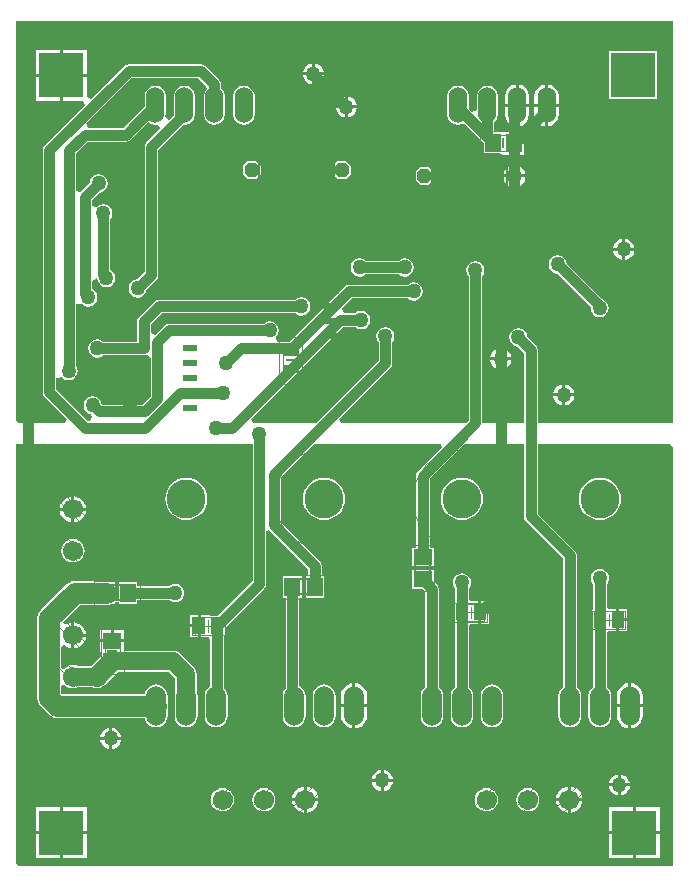
<source format=gbl>
%FSTAX23Y23*%
%MOIN*%
%SFA1B1*%

%IPPOS*%
%AMD40*
4,1,8,-0.012000,-0.024000,0.012000,-0.024000,0.024000,-0.012000,0.024000,0.012000,0.012000,0.024000,-0.012000,0.024000,-0.024000,0.012000,-0.024000,-0.012000,-0.012000,-0.024000,0.0*
%
%ADD11R,0.052000X0.060000*%
%ADD12R,0.052000X0.063000*%
%ADD13R,0.060000X0.052000*%
%ADD14R,0.063000X0.052000*%
%ADD15C,0.035000*%
%ADD16C,0.070000*%
%ADD17C,0.060000*%
%ADD18R,0.007900X0.031800*%
%ADD19R,0.015900X0.047600*%
%ADD20R,0.031800X0.007900*%
%ADD21R,0.047600X0.015900*%
%ADD22R,0.007900X0.031800*%
%ADD23C,0.000000*%
%ADD24C,0.003900*%
%ADD25C,0.024000*%
%ADD26C,0.006000*%
%ADD27C,0.004000*%
%ADD28R,0.010000X0.024000*%
%ADD29R,0.045000X0.020000*%
%ADD30R,0.030000X0.057500*%
%ADD31R,0.029500X0.057500*%
%ADD32R,0.014000X0.056000*%
%ADD33R,0.057500X0.030000*%
%ADD34R,0.057500X0.029500*%
%ADD35R,0.058000X0.020000*%
%ADD36R,0.030000X0.075000*%
%ADD37R,0.056000X0.014000*%
%ADD38C,0.002000*%
%ADD39R,0.150000X0.150000*%
G04~CAMADD=40~4~0.0~0.0~480.0~480.0~0.0~120.0~0~0.0~0.0~0.0~0.0~0~0.0~0.0~0.0~0.0~0~0.0~0.0~0.0~180.0~480.0~480.0*
%ADD40D40*%
%ADD41C,0.130000*%
%ADD42O,0.066000X0.132000*%
%ADD43C,0.067000*%
%ADD44O,0.060000X0.120000*%
%ADD45C,0.050000*%
%ADD46R,0.043300X0.055100*%
%ADD47C,0.065000*%
%LNmotor_driver-1*%
%LPD*%
G36*
X02185Y014D02*
X0219Y01395D01*
Y0*
X00007*
X0Y00007*
Y01405*
X00787*
Y0095*
X00669Y00832*
X00651*
X00649*
X00641Y00837*
X00637*
X00634*
X00615*
Y008*
Y00762*
X00634*
X00638*
X00641*
X00646Y00754*
Y00599*
X00639Y00594*
X00632Y00586*
X00629Y00576*
X00627Y00566*
Y005*
X00629Y00491*
X00632Y00481*
X00639Y00473*
X00646Y00467*
X00656Y00463*
X00666Y00462*
X00676Y00463*
X00685Y00467*
X00693Y00473*
X00699Y00481*
X00703Y00491*
X00704Y005*
Y00566*
X00703Y00576*
X00699Y00586*
X00693Y00594*
X00692Y00594*
Y00767*
X00695*
Y00794*
X00826Y00924*
X00831Y00932*
X00832Y0094*
Y01117*
X00842Y0112*
X00843Y01118*
X00972Y0099*
Y00966*
X00964*
Y00893*
X01026*
Y00966*
X01018*
Y00999*
X01016Y01008*
X01011Y01015*
X00882Y01144*
Y01295*
X00992Y01405*
X01414*
X01418Y01395*
X01338Y01316*
X01333Y01308*
X01332Y013*
Y01061*
X01318*
Y00999*
X01391*
Y01061*
X01377*
Y0129*
X01492Y01405*
X01692*
Y01165*
X01693Y01156*
X01698Y01148*
X01822Y01025*
Y00597*
X01817Y00594*
X01811Y00586*
X01808Y00576*
X01806Y00566*
Y005*
X01808Y00491*
X01811Y00481*
X01817Y00473*
X01825Y00467*
X01835Y00463*
X01845Y00462*
X01854Y00463*
X01864Y00467*
X01872Y00473*
X01878Y00481*
X01882Y00491*
X01883Y005*
Y00566*
X01882Y00576*
X01878Y00586*
X01872Y00594*
X01867Y00597*
Y01035*
X01866Y01043*
X01861Y01051*
X01737Y01174*
Y01405*
X0218*
X02185Y014*
G37*
G36*
X0219Y01475D02*
D01*
X01737*
Y0172*
X01736Y01728*
X01731Y01736*
X01703Y01764*
X01701Y01773*
X01694Y01783*
X01684Y0179*
X01673Y01792*
X01661Y0179*
X01651Y01783*
X01644Y01773*
X01642Y01762*
X01644Y0175*
X01651Y0174*
X01661Y01733*
X0167Y01731*
X01692Y0171*
Y01475*
X01552*
Y01965*
X01558Y01973*
X0156Y01985*
X01558Y01996*
X01551Y02006*
X01541Y02013*
X0153Y02015*
X01518Y02013*
X01508Y02006*
X01501Y01996*
X01499Y01985*
X01501Y01973*
X01507Y01965*
Y01484*
X01497Y01475*
X01082*
X01076Y01488*
X01246Y01658*
X01251Y01666*
X01252Y01675*
Y01745*
X01258Y01753*
X0126Y01765*
X01258Y01776*
X01251Y01786*
X01241Y01793*
X0123Y01795*
X01218Y01793*
X01208Y01786*
X01201Y01776*
X01199Y01765*
X01201Y01753*
X01207Y01745*
Y01684*
X00997Y01475*
X00787*
X00781Y01488*
X01089Y01797*
X0113*
X01138Y01791*
X0115Y01789*
X01161Y01791*
X01171Y01798*
X01178Y01808*
X0118Y0182*
X01178Y01831*
X01171Y01841*
X01161Y01848*
X0115Y0185*
X01138Y01848*
X0113Y01842*
X01091*
X01085Y01857*
X01119Y01892*
X01305*
X01313Y01886*
X01325Y01884*
X01336Y01886*
X01346Y01893*
X01353Y01903*
X01355Y01915*
X01353Y01926*
X01346Y01936*
X01336Y01943*
X01325Y01945*
X01313Y01943*
X01305Y01937*
X0111*
X01101Y01936*
X01093Y01931*
X0091Y01747*
X0087*
X00866Y01762*
X00866Y01763*
X00873Y01773*
X00875Y01785*
X00873Y01796*
X00866Y01806*
X00856Y01813*
X00845Y01815*
X00833Y01813*
X00825Y01807*
X0051*
X00501Y01806*
X00493Y01801*
X00462Y0177*
X00447Y01776*
Y01805*
X00484Y01842*
X0093*
X00938Y01836*
X0095Y01834*
X00961Y01836*
X00971Y01843*
X00978Y01853*
X0098Y01865*
X00978Y01876*
X00971Y01886*
X00961Y01893*
X0095Y01895*
X00938Y01893*
X0093Y01887*
X00475*
X00466Y01886*
X00458Y01881*
X00408Y01831*
X00403Y01823*
X00402Y01815*
Y01747*
X00289*
X00281Y01753*
X0027Y01755*
X00258Y01753*
X00248Y01746*
X00241Y01736*
X00239Y01725*
X00241Y01713*
X00248Y01703*
X00258Y01696*
X0027Y01694*
X00281Y01696*
X00289Y01702*
X00425*
X00432Y01703*
X00435Y01702*
X00447Y01694*
Y01566*
X00418Y01537*
X00285*
X00283Y01546*
X00276Y01556*
X00266Y01563*
X00255Y01565*
X00243Y01563*
X00233Y01556*
X00226Y01546*
X00224Y01535*
X00226Y01523*
X00233Y01513*
X00243Y01506*
X00248Y01505*
X00253Y01497*
X00246Y01482*
X00239*
X00132Y01589*
Y01625*
X00135Y01627*
X00153Y01628*
X00163Y01621*
X00175Y01619*
X00186Y01621*
X00196Y01628*
X00203Y01638*
X00205Y0165*
X00203Y01661*
X00197Y01669*
Y0187*
X002Y01872*
X00218Y01873*
X00228Y01866*
X0024Y01864*
X00251Y01866*
X00261Y01873*
X00268Y01883*
X0027Y01895*
X00268Y01906*
X00261Y01916*
X00252Y01922*
Y01949*
X00267Y0196*
X00269Y0196*
X00271Y01948*
X00278Y01938*
X00288Y01931*
X003Y01929*
X00311Y01931*
X00321Y01938*
X00328Y01948*
X0033Y0196*
X00328Y01971*
X00321Y01981*
X00312Y01987*
Y02155*
X00318Y02163*
X0032Y02175*
X00318Y02186*
X00311Y02196*
X00301Y02203*
X0029Y02205*
X00278Y02203*
X00268Y02196*
X00267Y02196*
X00252Y022*
Y0222*
X00277Y02244*
X00286Y02246*
X00296Y02253*
X00303Y02263*
X00305Y02275*
X00303Y02286*
X00296Y02296*
X00286Y02303*
X00275Y02305*
X00263Y02303*
X00253Y02296*
X00246Y02286*
X00244Y02277*
X00213Y02246*
X00212Y02245*
X00197Y02249*
Y02375*
X00236Y02414*
X00365*
X00373Y02416*
X00381Y02421*
X00439Y02478*
X00449Y02472*
X00462Y02469*
X00472Y02471*
X0048Y02458*
X00433Y02411*
X00428Y02403*
X00427Y02395*
Y01979*
X00402Y01955*
X00393Y01953*
X00383Y01946*
X00376Y01936*
X00374Y01925*
X00376Y01913*
X00383Y01903*
X00393Y01896*
X00405Y01894*
X00416Y01896*
X00426Y01903*
X00433Y01913*
X00435Y01922*
X00466Y01953*
X00471Y01961*
X00472Y0197*
Y02385*
X00557Y0247*
X0056Y02469*
X00574Y02472*
X00586Y02479*
X00593Y02491*
X00596Y02505*
Y02565*
X00593Y02578*
X00586Y0259*
X00574Y02598*
X0056Y026*
X00547Y02598*
X00535Y0259*
X00527Y02578*
X00525Y02565*
Y02505*
X00525Y02503*
X00509Y02486*
X00496Y02495*
X00498Y02505*
Y02565*
X00495Y02578*
X00488Y0259*
X00476Y02598*
X00462Y026*
X00449Y02598*
X00437Y0259*
X00429Y02578*
X00427Y02565*
Y02531*
X00355Y0246*
X00238*
X00232Y02475*
X00384Y02627*
X00605*
X00628Y02604*
X00634Y0259*
X00627Y02578*
X00624Y02565*
Y02505*
X00627Y02491*
X00634Y02479*
X00646Y02472*
X0066Y02469*
X00673Y02472*
X00685Y02479*
X00693Y02491*
X00695Y02505*
Y02565*
X00693Y02578*
X00685Y0259*
X00682Y02591*
Y02605*
X00681Y02613*
X00676Y02621*
X00631Y02666*
X00623Y02671*
X00615Y02672*
X00375*
X00366Y02671*
X00358Y02666*
X0025Y02557*
X00235Y02563*
Y0263*
X00155*
Y0255*
X00221*
X00227Y02535*
X00093Y02401*
X00088Y02393*
X00087Y02385*
Y0158*
X00088Y01571*
X00093Y01563*
X00168Y01488*
X00163Y01475*
X0001*
X0Y01485*
Y02815*
X0219*
Y01475*
G37*
%LNmotor_driver-2*%
%LPC*%
G36*
X01025Y00605D02*
X01015Y00603D01*
X01006Y006*
X00998Y00594*
X00992Y00586*
X00988Y00576*
X00987Y00566*
Y005*
X00988Y00491*
X00992Y00481*
X00998Y00473*
X01006Y00467*
X01015Y00463*
X01025Y00462*
X01035Y00463*
X01044Y00467*
X01052Y00473*
X01058Y00481*
X01062Y00491*
X01064Y005*
Y00566*
X01062Y00576*
X01058Y00586*
X01052Y00594*
X01044Y006*
X01035Y00603*
X01025Y00605*
G37*
G36*
X00951Y00966D02*
X00889D01*
Y00893*
X00897*
Y00592*
X00892Y00586*
X00888Y00576*
X00887Y00566*
Y005*
X00888Y00491*
X00892Y00481*
X00898Y00473*
X00906Y00467*
X00915Y00463*
X00925Y00462*
X00935Y00463*
X00944Y00467*
X00952Y00473*
X00958Y00481*
X00962Y00491*
X00964Y005*
Y00566*
X00962Y00576*
X00958Y00586*
X00952Y00594*
X00944Y006*
X00942Y006*
Y00893*
X00951*
Y00966*
G37*
G36*
X02088Y00528D02*
X0205D01*
Y00458*
X02056Y00459*
X02066Y00463*
X02075Y0047*
X02082Y00479*
X02086Y00489*
X02088Y005*
Y00528*
G37*
G36*
X01485Y00975D02*
X01477Y00974D01*
X01469Y00971*
X01463Y00966*
X01458Y0096*
X01455Y00952*
X01454Y00945*
X01455Y00937*
X01458Y00929*
X01462Y00925*
Y00877*
X01458*
Y00812*
X01462*
Y00597*
X01458Y00594*
X01452Y00586*
X01448Y00576*
X01447Y00566*
Y005*
X01448Y00491*
X01452Y00481*
X01458Y00473*
X01466Y00467*
X01475Y00463*
X01485Y00462*
X01495Y00463*
X01504Y00467*
X01512Y00473*
X01518Y00481*
X01522Y00491*
X01523Y005*
Y00566*
X01522Y00576*
X01518Y00586*
X01512Y00594*
X01508Y00597*
Y00799*
X01512Y00807*
X01516*
X0152*
X01539*
Y00845*
Y00882*
X0152*
X01516*
X01512*
X01508Y0089*
Y00926*
X01511Y00929*
X01514Y00937*
X01515Y00945*
X01514Y00952*
X01511Y0096*
X01506Y00966*
X015Y00971*
X01492Y00974*
X01485Y00975*
G37*
G36*
X01391Y00986D02*
X01318D01*
Y00924*
X01353*
X01362Y00915*
Y00597*
X01358Y00594*
X01352Y00586*
X01348Y00576*
X01347Y00566*
Y005*
X01348Y00491*
X01352Y00481*
X01358Y00473*
X01366Y00467*
X01375Y00463*
X01385Y00462*
X01395Y00463*
X01404Y00467*
X01412Y00473*
X01418Y00481*
X01422Y00491*
X01423Y005*
Y00566*
X01422Y00576*
X01418Y00586*
X01412Y00594*
X01408Y00597*
Y00924*
X01406Y00933*
X01401Y0094*
X01391Y0095*
Y00986*
G37*
G36*
X02009Y00857D02*
Y00825D01*
X02036*
Y00857*
X02009*
G37*
G36*
X0204Y00528D02*
X02001D01*
Y005*
X02003Y00489*
X02007Y00479*
X02014Y0047*
X02023Y00463*
X02033Y00459*
X0204Y00458*
Y00528*
G37*
G36*
X0031Y00459D02*
X00305Y00459D01*
X00297Y00455*
X0029Y0045*
X00284Y00442*
X0028Y00434*
X0028Y0043*
X0031*
Y00459*
G37*
G36*
X00349Y0042D02*
X0032D01*
Y0039*
X00324Y0039*
X00332Y00394*
X0034Y004*
X00345Y00407*
X00349Y00415*
X00349Y0042*
G37*
G36*
X0031D02*
X0028D01*
X0028Y00415*
X00284Y00407*
X0029Y004*
X00297Y00394*
X00305Y0039*
X0031Y0039*
Y0042*
G37*
G36*
X01169Y00528D02*
X0113D01*
Y00458*
X01136Y00459*
X01147Y00463*
X01156Y0047*
X01163Y00479*
X01167Y00489*
X01169Y005*
Y00528*
G37*
G36*
X0112D02*
X01082D01*
Y005*
X01083Y00489*
X01088Y00479*
X01095Y0047*
X01104Y00463*
X01114Y00459*
X0112Y00458*
Y00528*
G37*
G36*
X0032Y00459D02*
Y0043D01*
X00349*
X00349Y00434*
X00345Y00442*
X0034Y0045*
X00332Y00455*
X00324Y00459*
X0032Y00459*
G37*
G36*
X01585Y00605D02*
X01575Y00603D01*
X01566Y006*
X01558Y00594*
X01552Y00586*
X01548Y00576*
X01547Y00566*
Y005*
X01548Y00491*
X01552Y00481*
X01558Y00473*
X01566Y00467*
X01575Y00463*
X01585Y00462*
X01595Y00463*
X01604Y00467*
X01612Y00473*
X01618Y00481*
X01622Y00491*
X01623Y005*
Y00566*
X01622Y00576*
X01618Y00586*
X01612Y00594*
X01604Y006*
X01595Y00603*
X01585Y00605*
G37*
G36*
X00605Y00795D02*
X00578D01*
Y00762*
X00605*
Y00795*
G37*
G36*
X0036Y00786D02*
X00325D01*
Y00755*
X0036*
Y00786*
G37*
G36*
X00315D02*
X0028D01*
Y00755*
X00315*
Y00786*
G37*
G36*
X00605Y00837D02*
X00578D01*
Y00805*
X00605*
Y00837*
G37*
G36*
X02036Y00815D02*
X02009D01*
Y00782*
X02036*
Y00815*
G37*
G36*
X00193Y00812D02*
Y00774D01*
X00232*
X00231Y0078*
X00226Y0079*
X0022Y008*
X0021Y00807*
X002Y00811*
X00193Y00812*
G37*
G36*
X00232Y00764D02*
X00193D01*
Y00725*
X002Y00726*
X0021Y00731*
X0022Y00738*
X00226Y00747*
X00231Y00757*
X00232Y00764*
G37*
G36*
X0112Y00609D02*
X01114Y00608D01*
X01104Y00604*
X01095Y00597*
X01088Y00588*
X01083Y00578*
X01082Y00566*
Y00538*
X0112*
Y00609*
G37*
G36*
X01945Y0099D02*
X01937Y00989D01*
X01929Y00986*
X01923Y00981*
X01918Y00975*
X01915Y00967*
X01914Y0096*
X01915Y00952*
X01918Y00944*
X01922Y0094*
Y00852*
X01918*
Y00787*
X01922*
Y00597*
X01917Y00594*
X01911Y00586*
X01908Y00576*
X01906Y00566*
Y005*
X01908Y00491*
X01911Y00481*
X01917Y00473*
X01925Y00467*
X01935Y00463*
X01945Y00462*
X01954Y00463*
X01964Y00467*
X01972Y00473*
X01978Y00481*
X01982Y00491*
X01983Y005*
Y00566*
X01982Y00576*
X01978Y00586*
X01972Y00594*
X01967Y00597*
Y00774*
X01972Y00782*
X01976*
X0198*
X01999*
Y0082*
Y00857*
X0198*
X01976*
X01972*
X01967Y00865*
Y0094*
X01971Y00944*
X01974Y00952*
X01975Y0096*
X01974Y00967*
X01971Y00975*
X01966Y00981*
X0196Y00986*
X01952Y00989*
X01945Y0099*
G37*
G36*
X01576Y0084D02*
X01549D01*
Y00807*
X01576*
Y0084*
G37*
G36*
X0205Y00609D02*
Y00538D01*
X02088*
Y00566*
X02086Y00578*
X02082Y00588*
X02075Y00597*
X02066Y00604*
X02056Y00608*
X0205Y00609*
G37*
G36*
X0204D02*
X02033Y00608D01*
X02023Y00604*
X02014Y00597*
X02007Y00588*
X02003Y00578*
X02001Y00566*
Y00538*
X0204*
Y00609*
G37*
G36*
X0113D02*
Y00538D01*
X01169*
Y00566*
X01167Y00578*
X01163Y00588*
X01156Y00597*
X01147Y00604*
X01136Y00608*
X0113Y00609*
G37*
G36*
X01006Y00216D02*
X00968D01*
Y00177*
X00974Y00178*
X00984Y00183*
X00994Y0019*
X01001Y00199*
X01005Y00209*
X01006Y00216*
G37*
G36*
X00958D02*
X00919D01*
X0092Y00209*
X00925Y00199*
X00932Y0019*
X00941Y00183*
X00951Y00178*
X00958Y00177*
Y00216*
G37*
G36*
X02145Y00195D02*
X02065D01*
Y00115*
X02145*
Y00195*
G37*
G36*
X01838Y00216D02*
X01799D01*
X018Y00209*
X01805Y00199*
X01812Y0019*
X01821Y00183*
X01831Y00178*
X01838Y00177*
Y00216*
G37*
G36*
X00825Y00259D02*
X00814Y00258D01*
X00805Y00254*
X00797Y00248*
X00791Y0024*
X00787Y00231*
X00786Y00221*
X00787Y00211*
X00791Y00201*
X00797Y00193*
X00805Y00187*
X00814Y00183*
X00825Y00182*
X00835Y00183*
X00844Y00187*
X00852Y00193*
X00858Y00201*
X00862Y00211*
X00863Y00221*
X00862Y00231*
X00858Y0024*
X00852Y00248*
X00844Y00254*
X00835Y00258*
X00825Y00259*
G37*
G36*
X00687D02*
X00677Y00258D01*
X00667Y00254*
X00659Y00248*
X00653Y0024*
X00649Y00231*
X00648Y00221*
X00649Y00211*
X00653Y00201*
X00659Y00193*
X00667Y00187*
X00677Y00183*
X00687Y00182*
X00697Y00183*
X00706Y00187*
X00714Y00193*
X0072Y00201*
X00724Y00211*
X00726Y00221*
X00724Y00231*
X0072Y0024*
X00714Y00248*
X00706Y00254*
X00697Y00258*
X00687Y00259*
G37*
G36*
X01886Y00216D02*
X01848D01*
Y00177*
X01854Y00178*
X01864Y00183*
X01874Y0019*
X01881Y00199*
X01885Y00209*
X01886Y00216*
G37*
G36*
X02055Y00105D02*
X01975D01*
Y00025*
X02055*
Y00105*
G37*
G36*
X00235D02*
X00155D01*
Y00025*
X00235*
Y00105*
G37*
G36*
X00145D02*
X00065D01*
Y00025*
X00145*
Y00105*
G37*
G36*
X02145D02*
X02065D01*
Y00025*
X02145*
Y00105*
G37*
G36*
X02055Y00195D02*
X01975D01*
Y00115*
X02055*
Y00195*
G37*
G36*
X00235D02*
X00155D01*
Y00115*
X00235*
Y00195*
G37*
G36*
X00145D02*
X00065D01*
Y00115*
X00145*
Y00195*
G37*
G36*
X01254Y0028D02*
X01225D01*
Y0025*
X01229Y0025*
X01237Y00254*
X01245Y0026*
X0125Y00267*
X01254Y00275*
X01254Y0028*
G37*
G36*
X01215D02*
X01185D01*
X01185Y00275*
X01189Y00267*
X01195Y0026*
X01202Y00254*
X0121Y0025*
X01215Y0025*
Y0028*
G37*
G36*
X02044Y00265D02*
X02015D01*
Y00235*
X02019Y00235*
X02027Y00239*
X02035Y00245*
X0204Y00252*
X02044Y0026*
X02044Y00265*
G37*
G36*
X02005Y00304D02*
X02Y00304D01*
X01992Y003*
X01985Y00295*
X01979Y00287*
X01975Y00279*
X01975Y00275*
X02005*
Y00304*
G37*
G36*
X01225Y00319D02*
Y0029D01*
X01254*
X01254Y00294*
X0125Y00302*
X01245Y0031*
X01237Y00315*
X01229Y00319*
X01225Y00319*
G37*
G36*
X01215D02*
X0121Y00319D01*
X01202Y00315*
X01195Y0031*
X01189Y00302*
X01185Y00294*
X01185Y0029*
X01215*
Y00319*
G37*
G36*
X02015Y00304D02*
Y00275D01*
X02044*
X02044Y00279*
X0204Y00287*
X02035Y00295*
X02027Y003*
X02019Y00304*
X02015Y00304*
G37*
G36*
X00958Y00264D02*
X00951Y00263D01*
X00941Y00259*
X00932Y00252*
X00925Y00243*
X0092Y00232*
X00919Y00226*
X00958*
Y00264*
G37*
G36*
X01705Y00259D02*
X01694Y00258D01*
X01685Y00254*
X01677Y00248*
X01671Y0024*
X01667Y00231*
X01666Y00221*
X01667Y00211*
X01671Y00201*
X01677Y00193*
X01685Y00187*
X01694Y00183*
X01705Y00182*
X01715Y00183*
X01724Y00187*
X01732Y00193*
X01738Y00201*
X01742Y00211*
X01743Y00221*
X01742Y00231*
X01738Y0024*
X01732Y00248*
X01724Y00254*
X01715Y00258*
X01705Y00259*
G37*
G36*
X01567D02*
X01557Y00258D01*
X01547Y00254*
X01539Y00248*
X01533Y0024*
X01529Y00231*
X01528Y00221*
X01529Y00211*
X01533Y00201*
X01539Y00193*
X01547Y00187*
X01557Y00183*
X01567Y00182*
X01577Y00183*
X01586Y00187*
X01594Y00193*
X016Y00201*
X01604Y00211*
X01606Y00221*
X01604Y00231*
X016Y0024*
X01594Y00248*
X01586Y00254*
X01577Y00258*
X01567Y00259*
G37*
G36*
X00968Y00264D02*
Y00226D01*
X01006*
X01005Y00232*
X01001Y00243*
X00994Y00252*
X00984Y00259*
X00974Y00263*
X00968Y00264*
G37*
G36*
X02005Y00265D02*
X01975D01*
X01975Y0026*
X01979Y00252*
X01985Y00245*
X01992Y00239*
X02Y00235*
X02005Y00235*
Y00265*
G37*
G36*
X01848Y00264D02*
Y00226D01*
X01886*
X01885Y00232*
X01881Y00243*
X01874Y00252*
X01864Y00259*
X01854Y00263*
X01848Y00264*
G37*
G36*
X01838D02*
X01831Y00263D01*
X01821Y00259*
X01812Y00252*
X01805Y00243*
X018Y00232*
X01799Y00226*
X01838*
Y00264*
G37*
G36*
X01808Y0253D02*
X01772D01*
Y02465*
X01783Y02467*
X01796Y02476*
X01805Y02489*
X01808Y02505*
Y0253*
G37*
G36*
X01762D02*
X01726D01*
Y02505*
X0173Y02489*
X01738Y02476*
X01752Y02467*
X01762Y02465*
Y0253*
G37*
G36*
X0171D02*
X01674D01*
Y02465*
X01679Y02466*
X01684Y02467*
X01698Y02476*
X01706Y02489*
X0171Y02505*
Y0253*
G37*
G36*
X00758Y026D02*
X00744Y02598D01*
X00733Y0259*
X00725Y02578*
X00722Y02565*
Y02505*
X00725Y02491*
X00733Y02479*
X00744Y02472*
X00758Y02469*
X00772Y02472*
X00783Y02479*
X00791Y02491*
X00794Y02505*
Y02565*
X00791Y02578*
X00783Y0259*
X00772Y02598*
X00758Y026*
G37*
G36*
X0157D02*
X01556Y02598D01*
X01544Y0259*
X01537Y02578*
X01534Y02565*
Y02519*
X01519Y02513*
X01507Y02524*
Y02565*
X01505Y02578*
X01497Y0259*
X01485Y02598*
X01472Y026*
X01458Y02598*
X01446Y0259*
X01439Y02578*
X01436Y02565*
Y02505*
X01439Y02491*
X01446Y02479*
X01458Y02472*
X01472Y02469*
X01485Y02472*
X01491Y02476*
X01553Y02413*
X01559Y02408*
Y02375*
X01606*
X01608*
X01621Y0237*
X01627*
X01633*
X01652*
Y0241*
Y0245*
X01633*
X01627*
X01621*
X01608Y02445*
X01607*
X01592Y02448*
Y02478*
X01595Y02479*
X01603Y02491*
X01605Y02505*
Y02565*
X01603Y02578*
X01595Y0259*
X01583Y02598*
X0157Y026*
G37*
G36*
X01134Y02525D02*
X01105D01*
Y02495*
X01113Y02497*
X01125Y02504*
X01133Y02516*
X01134Y02525*
G37*
G36*
X01095D02*
X01065D01*
X01067Y02516*
X01074Y02504*
X01086Y02497*
X01095Y02495*
Y02525*
G37*
G36*
X01655Y02334D02*
X01643D01*
X01626Y02317*
Y02305*
X01655*
Y02334*
G37*
G36*
X01099Y02349D02*
X0107D01*
X01056Y02334*
Y02305*
X0107Y02291*
X01099*
X01114Y02305*
Y02334*
X01099Y02349*
G37*
G36*
X00799D02*
X0077D01*
X00756Y02334*
Y02305*
X0077Y02291*
X00799*
X00814Y02305*
Y02334*
X00799Y02349*
G37*
G36*
X01677Y02334D02*
X01665D01*
Y02305*
X01694*
Y02317*
X01677Y02334*
G37*
G36*
X01664Y0253D02*
X01628D01*
Y02505*
X01631Y02489*
X0164Y02476*
X01653Y02467*
X01659Y02466*
X01664Y02465*
Y0253*
G37*
G36*
X01673Y0246D02*
X01664D01*
X01663Y0245*
X01662*
Y02415*
X01693*
Y0245*
X01674*
X01673Y0246*
G37*
G36*
X01693Y02405D02*
X01662D01*
Y0237*
X01693*
Y02405*
G37*
G36*
X01024Y02635D02*
X00995D01*
Y02605*
X01003Y02607*
X01015Y02614*
X01023Y02626*
X01024Y02635*
G37*
G36*
X00985D02*
X00955D01*
X00957Y02626*
X00964Y02614*
X00976Y02607*
X00985Y02605*
Y02635*
G37*
G36*
X02135Y02715D02*
X01975D01*
Y02555*
X02135*
Y02715*
G37*
G36*
X00145Y0272D02*
X00065D01*
Y0264*
X00145*
Y0272*
G37*
G36*
X00995Y02674D02*
Y02645D01*
X01024*
X01023Y02653*
X01015Y02665*
X01003Y02673*
X00995Y02674*
G37*
G36*
X00985D02*
X00976Y02673D01*
X00964Y02665*
X00957Y02653*
X00955Y02645*
X00985*
Y02674*
G37*
G36*
X00235Y0272D02*
X00155D01*
Y0264*
X00235*
Y0272*
G37*
G36*
X01664Y02604D02*
X01653Y02602D01*
X0164Y02593*
X01631Y0258*
X01628Y02565*
Y0254*
X01664*
Y02604*
G37*
G36*
X01105Y02564D02*
Y02535D01*
X01134*
X01133Y02543*
X01125Y02555*
X01113Y02563*
X01105Y02564*
G37*
G36*
X01095D02*
X01086Y02563D01*
X01074Y02555*
X01067Y02543*
X01065Y02535*
X01095*
Y02564*
G37*
G36*
X01674Y02604D02*
Y0254D01*
X0171*
Y02565*
X01706Y0258*
X01698Y02593*
X01684Y02602*
X01674Y02604*
G37*
G36*
X00145Y0263D02*
X00065D01*
Y0255*
X00145*
Y0263*
G37*
G36*
X01772Y02604D02*
Y0254D01*
X01808*
Y02565*
X01805Y0258*
X01796Y02593*
X01783Y02602*
X01772Y02604*
G37*
G36*
X01762D02*
X01752Y02602D01*
X01738Y02593*
X0173Y0258*
X01726Y02565*
Y0254*
X01762*
Y02604*
G37*
G36*
X00183Y01232D02*
X00177Y01231D01*
X00167Y01227*
X00157Y0122*
X0015Y0121*
X00146Y012*
X00145Y01194*
X00183*
Y01232*
G37*
G36*
X01945Y01294D02*
X01931Y01292D01*
X01918Y01288*
X01905Y01282*
X01895Y01273*
X01886Y01263*
X0188Y0125*
X01876Y01237*
X01874Y01223*
X01876Y0121*
X0188Y01197*
X01886Y01184*
X01895Y01174*
X01905Y01165*
X01918Y01158*
X01931Y01154*
X01945Y01153*
X01958Y01154*
X01971Y01158*
X01984Y01165*
X01994Y01174*
X02003Y01184*
X0201Y01197*
X02014Y0121*
X02015Y01223*
X02014Y01237*
X0201Y0125*
X02003Y01263*
X01994Y01273*
X01984Y01282*
X01971Y01288*
X01958Y01292*
X01945Y01294*
G37*
G36*
X01485D02*
X01471Y01292D01*
X01458Y01288*
X01446Y01282*
X01435Y01273*
X01426Y01263*
X0142Y0125*
X01416Y01237*
X01415Y01223*
X01416Y0121*
X0142Y01197*
X01426Y01184*
X01435Y01174*
X01446Y01165*
X01458Y01158*
X01471Y01154*
X01485Y01153*
X01499Y01154*
X01512Y01158*
X01524Y01165*
X01535Y01174*
X01543Y01184*
X0155Y01197*
X01554Y0121*
X01555Y01223*
X01554Y01237*
X0155Y0125*
X01543Y01263*
X01535Y01273*
X01524Y01282*
X01512Y01288*
X01499Y01292*
X01485Y01294*
G37*
G36*
X00193Y01232D02*
Y01194D01*
X00232*
X00231Y012*
X00226Y0121*
X0022Y0122*
X0021Y01227*
X002Y01231*
X00193Y01232*
G37*
G36*
X0182Y01604D02*
X01811Y01603D01*
X01799Y01595*
X01792Y01583*
X0179Y01575*
X0182*
Y01604*
G37*
G36*
X01859Y01565D02*
X0183D01*
Y01535*
X01838Y01537*
X0185Y01544*
X01858Y01556*
X01859Y01565*
G37*
G36*
X0182D02*
X0179D01*
X01792Y01556*
X01799Y01544*
X01811Y01537*
X0182Y01535*
Y01565*
G37*
G36*
X00188Y01089D02*
X00178Y01088D01*
X00169Y01084*
X00161Y01078*
X00155Y0107*
X00151Y01061*
X0015Y01051*
X00151Y01041*
X00155Y01031*
X00161Y01023*
X00169Y01017*
X00178Y01013*
X00188Y01012*
X00199Y01013*
X00208Y01017*
X00216Y01023*
X00222Y01031*
X00226Y01041*
X00227Y01051*
X00226Y01061*
X00222Y0107*
X00216Y01078*
X00208Y01084*
X00199Y01088*
X00188Y01089*
G37*
G36*
X00195Y0095D02*
X00184Y00949D01*
X00174Y00944*
X00166Y00938*
X00081Y00853*
X00075Y00845*
X00071Y00835*
X00069Y00825*
Y0056*
X00071Y00549*
X00075Y00539*
X00081Y00531*
X00107Y00505*
X00115Y00499*
X00125Y00494*
X00136Y00493*
X00428*
X00429Y00491*
X00432Y00481*
X00439Y00473*
X00446Y00467*
X00456Y00463*
X00466Y00462*
X00476Y00463*
X00485Y00467*
X00493Y00473*
X00499Y00481*
X00503Y00491*
X00504Y005*
Y00521*
X00505Y00523*
X00506Y00533*
X00505Y00544*
X00504Y00545*
Y00566*
X00503Y00576*
X00499Y00586*
X00493Y00594*
X00485Y006*
X00476Y00603*
X00466Y00605*
X00456Y00603*
X00446Y006*
X00439Y00594*
X00432Y00586*
X00429Y00576*
X00428Y00574*
X00152*
X0015Y00576*
Y00601*
X0016Y00605*
X00161Y00603*
X00169Y00597*
X00178Y00593*
X00188Y00592*
X00199Y00593*
X00204Y00595*
X00255*
X00258Y00594*
X00268Y00593*
X00278Y00594*
X00287Y00598*
X00295Y00604*
X00338Y00647*
X00507*
X0053Y00624*
Y00581*
X00529Y00576*
X00527Y00566*
Y005*
X00529Y00491*
X00532Y00481*
X00539Y00473*
X00546Y00467*
X00556Y00463*
X00566Y00462*
X00576Y00463*
X00585Y00467*
X00593Y00473*
X00599Y00481*
X00603Y00491*
X00604Y005*
Y00566*
X00603Y00576*
X00601Y00581*
Y00638*
X006Y00648*
X00596Y00656*
X00591Y00663*
X00547Y00707*
X0054Y00713*
X00531Y00716*
X00522Y00717*
X0036*
Y00745*
X0028*
Y00714*
X00285Y00713*
Y00701*
X0025Y00666*
X00204*
X00199Y00668*
X00188Y00669*
X00178Y00668*
X00169Y00664*
X00161Y00658*
X0016Y00657*
X0015Y0066*
Y00731*
X00152Y00733*
X0016Y00736*
X00167Y00731*
X00177Y00726*
X00183Y00725*
Y00769*
Y00812*
X00177Y00811*
X00167Y00807*
X00166Y00807*
X00156Y00811*
X00156Y00813*
X00156Y00814*
X00211Y00869*
X00297*
X00307Y00871*
X00313Y00873*
X00328*
Y00881*
X00332Y00884*
X00341Y00879*
Y00873*
X00403*
Y00887*
X0051*
X00514Y00883*
X00522Y0088*
X0053Y00879*
X00537Y0088*
X00545Y00883*
X00551Y00888*
X00556Y00894*
X00559Y00902*
X0056Y0091*
X00559Y00917*
X00556Y00925*
X00551Y00931*
X00545Y00936*
X00537Y00939*
X0053Y0094*
X00522Y00939*
X00514Y00936*
X0051Y00932*
X00403*
Y00946*
X00341*
Y0094*
X00332Y00935*
X00328Y00938*
Y00946*
X00313*
X00307Y00949*
X00297Y0095*
X00195*
G37*
G36*
X01549Y00882D02*
Y0085D01*
X01576*
Y00882*
X01549*
G37*
G36*
X00183Y01184D02*
X00145D01*
X00146Y01177*
X0015Y01167*
X00157Y01158*
X00167Y01151*
X00177Y01146*
X00183Y01145*
Y01184*
G37*
G36*
X01025Y01294D02*
X01012Y01292D01*
X00998Y01288*
X00986Y01282*
X00976Y01273*
X00967Y01263*
X0096Y0125*
X00956Y01237*
X00955Y01223*
X00956Y0121*
X0096Y01197*
X00967Y01184*
X00976Y01174*
X00986Y01165*
X00998Y01158*
X01012Y01154*
X01025Y01153*
X01039Y01154*
X01052Y01158*
X01064Y01165*
X01075Y01174*
X01084Y01184*
X0109Y01197*
X01094Y0121*
X01096Y01223*
X01094Y01237*
X0109Y0125*
X01084Y01263*
X01075Y01273*
X01064Y01282*
X01052Y01288*
X01039Y01292*
X01025Y01294*
G37*
G36*
X00566D02*
X00552Y01292D01*
X00539Y01288*
X00527Y01282*
X00516Y01273*
X00507Y01263*
X00501Y0125*
X00497Y01237*
X00495Y01223*
X00497Y0121*
X00501Y01197*
X00507Y01184*
X00516Y01174*
X00527Y01165*
X00539Y01158*
X00552Y01154*
X00566Y01153*
X00579Y01154*
X00593Y01158*
X00605Y01165*
X00615Y01174*
X00624Y01184*
X00631Y01197*
X00635Y0121*
X00636Y01223*
X00635Y01237*
X00631Y0125*
X00624Y01263*
X00615Y01273*
X00605Y01282*
X00593Y01288*
X00579Y01292*
X00566Y01294*
G37*
G36*
X00232Y01184D02*
X00193D01*
Y01145*
X002Y01146*
X0021Y01151*
X0022Y01158*
X00226Y01167*
X00231Y01177*
X00232Y01184*
G37*
G36*
X0202Y02089D02*
X02011Y02088D01*
X01999Y0208*
X01992Y02068*
X0199Y0206*
X0202*
Y02089*
G37*
G36*
X02059Y0205D02*
X0203D01*
Y0202*
X02038Y02022*
X0205Y02029*
X02058Y02041*
X02059Y0205*
G37*
G36*
X0202D02*
X0199D01*
X01992Y02041*
X01999Y02029*
X02011Y02022*
X0202Y0202*
Y0205*
G37*
G36*
X0203Y02089D02*
Y0206D01*
X02059*
X02058Y02068*
X0205Y0208*
X02038Y02088*
X0203Y02089*
G37*
G36*
X01374Y02329D02*
X01345D01*
X01331Y02314*
Y02285*
X01345Y02271*
X01374*
X01389Y02285*
Y02314*
X01374Y02329*
G37*
G36*
X01694Y02295D02*
X01665D01*
Y02266*
X01677*
X01694Y02283*
Y02295*
G37*
G36*
X01655D02*
X01626D01*
Y02283*
X01643Y02266*
X01655*
Y02295*
G37*
G36*
X01649Y01685D02*
X0162D01*
Y01655*
X01628Y01657*
X0164Y01664*
X01648Y01676*
X01649Y01685*
G37*
G36*
X0161D02*
X0158D01*
X01582Y01676*
X01589Y01664*
X01601Y01657*
X0161Y01655*
Y01685*
G37*
G36*
X0183Y01604D02*
Y01575D01*
X01859*
X01858Y01583*
X0185Y01595*
X01838Y01603*
X0183Y01604*
G37*
G36*
X0161Y01724D02*
X01601Y01723D01*
X01589Y01715*
X01582Y01703*
X0158Y01695*
X0161*
Y01724*
G37*
G36*
X01295Y02025D02*
X01283Y02023D01*
X01275Y02017*
X01164*
X01156Y02023*
X01145Y02025*
X01133Y02023*
X01123Y02016*
X01116Y02006*
X01114Y01995*
X01116Y01983*
X01123Y01973*
X01133Y01966*
X01145Y01964*
X01156Y01966*
X01164Y01972*
X01275*
X01283Y01966*
X01295Y01964*
X01306Y01966*
X01316Y01973*
X01323Y01983*
X01325Y01995*
X01323Y02006*
X01316Y02016*
X01306Y02023*
X01295Y02025*
G37*
G36*
X01805Y02035D02*
X01793Y02033D01*
X01783Y02026*
X01776Y02016*
X01774Y02005*
X01776Y01993*
X01783Y01983*
X01793Y01976*
X01802Y01974*
X01914Y01862*
X01914Y0186*
X01916Y01848*
X01923Y01838*
X01933Y01831*
X01945Y01829*
X01956Y01831*
X01966Y01838*
X01973Y01848*
X01975Y0186*
X01973Y01871*
X01966Y01881*
X01956Y01888*
X01953Y01888*
X01835Y02007*
X01833Y02016*
X01826Y02026*
X01816Y02033*
X01805Y02035*
G37*
G36*
X0162Y01724D02*
Y01695D01*
X01649*
X01648Y01703*
X0164Y01715*
X01628Y01723*
X0162Y01724*
G37*
%LNmotor_driver-3*%
%LPD*%
G54D11*
X01657Y0241D03*
X0159D03*
G54D12*
X00297Y0091D03*
X00372D03*
X0092Y0093D03*
X00995D03*
G54D13*
X0032Y0075D03*
Y00682D03*
G54D14*
X01355Y00955D03*
Y0103D03*
G54D15*
X00375Y0265D02*
X00615D01*
X0011Y02385D02*
X00375Y0265D01*
X0011Y0158D02*
Y02385D01*
X00666Y00533D02*
X00669Y00536D01*
Y008*
X0023Y0223D02*
X00275Y02275D01*
X0023Y01905D02*
Y0223D01*
Y01905D02*
X0024Y01895D01*
X0029Y0197D02*
Y02175D01*
Y0197D02*
X003Y0196D01*
X00275Y01515D02*
X00428D01*
X00255Y01535D02*
X00275Y01515D01*
X0047Y01556D02*
Y01745D01*
X00428Y01515D02*
X0047Y01556D01*
X01544Y00845D02*
X01615Y00915D01*
Y0169*
X0086Y01305D02*
X0123Y01675D01*
Y01765*
X01615Y0169D02*
Y02145D01*
X0166Y0219*
Y023*
X01767Y0252D02*
Y02535D01*
X01657Y0241D02*
X01767Y0252D01*
X01657Y02302D02*
X0166Y023D01*
X01657Y02302D02*
Y0241D01*
Y02523D02*
X01669Y02535D01*
X01657Y0241D02*
Y02523D01*
X0157Y0243D02*
X0159Y0241D01*
X01472Y02528D02*
X0157Y0243D01*
X01472Y02528D02*
Y02535D01*
X0157Y0243D02*
Y02535D01*
X0066D02*
Y02605D01*
X00545Y01575D02*
X0069D01*
X0043Y0146D02*
X00545Y01575D01*
X0023Y0146D02*
X0043D01*
X0011Y0158D02*
X0023Y0146D01*
X00615Y0265D02*
X0066Y02605D01*
X00665Y0146D02*
X0072D01*
X00175Y0165D02*
Y02385D01*
X00227Y02437*
X00365*
X00462Y02535*
X01945Y00533D02*
Y0096D01*
X0004Y0139D02*
Y015D01*
X0099Y0264D02*
X011Y0253D01*
X00372Y0091D02*
X0053D01*
X00669Y008D02*
X0081Y0094D01*
Y0144*
X0086Y01135D02*
Y01305D01*
Y01135D02*
X00995Y00999D01*
X0072Y0146D02*
X0108Y0182D01*
X0092Y01725D02*
X0111Y01915D01*
X0075Y01725D02*
X0092D01*
X0108Y0182D02*
X0115D01*
X0111Y01915D02*
X01325D01*
X01485Y00845D02*
Y00944D01*
X01485Y00945D02*
X01485Y00944D01*
X01355Y0103D02*
Y013D01*
X0153Y01475*
Y01985*
X01715Y01165D02*
Y0172D01*
Y01165D02*
X01845Y01035D01*
Y00533D02*
Y01035D01*
X01673Y01762D02*
X01715Y0172D01*
X01945Y0186D02*
Y01865D01*
X01805Y02005D02*
X01945Y01865D01*
X00995Y0093D02*
Y00999D01*
X0051Y01785D02*
X00845D01*
X00475Y01865D02*
X0095D01*
X0047Y01745D02*
X0051Y01785D01*
X00425Y01815D02*
X00475Y01865D01*
X01145Y01995D02*
X01295D01*
X007Y01675D02*
X0075Y01725D01*
X00425D02*
Y01815D01*
X0027Y01725D02*
X00425D01*
X00405Y01925D02*
X0045Y0197D01*
Y02395*
X0056Y02505*
Y02535*
X0092Y00539D02*
X00925Y00533D01*
X0092Y00539D02*
Y0093D01*
X01485Y00533D02*
X01485Y00534D01*
Y00845*
X01385Y00533D02*
Y00924D01*
X01355Y00955D02*
X01385Y00924D01*
G54D16*
X0011Y00825D02*
X00195Y0091D01*
X0011Y0056D02*
Y00825D01*
Y0056D02*
X00136Y00533D01*
X00466*
X00195Y0091D02*
X00297D01*
G54D17*
X0032Y00682D02*
X00522D01*
X00188Y00631D02*
X00268D01*
X00566Y00533D02*
Y00638D01*
X00522Y00682D02*
X00566Y00638D01*
G54D18*
X0123Y02204D03*
G54D19*
X01625Y02065D03*
X01635Y01865D03*
X00334Y0091D03*
X00957Y0093D03*
G54D20*
X00914Y01685D03*
X0032Y00716D03*
X0086Y02094D03*
G54D21*
X01354Y00992D03*
X00715Y02044D03*
G54D22*
X01623Y02409D03*
G54D23*
X00731Y01223D02*
D01*
X0073Y01235*
X00729Y01246*
X00727Y01258*
X00724Y01269*
X00721Y0128*
X00716Y01291*
X00711Y01301*
X00706Y01311*
X00699Y0132*
X00692Y01329*
X00684Y01338*
X00676Y01346*
X00667Y01353*
X00658Y0136*
X00648Y01366*
X00638Y01372*
X00627Y01376*
X00617Y0138*
X00606Y01383*
X00594Y01386*
X00583Y01387*
X00571Y01388*
X0056*
X00548Y01387*
X00537Y01386*
X00526Y01383*
X00515Y0138*
X00504Y01376*
X00493Y01372*
X00483Y01366*
X00473Y0136*
X00464Y01353*
X00455Y01346*
X00447Y01338*
X00439Y01329*
X00432Y0132*
X00426Y01311*
X0042Y01301*
X00415Y01291*
X00411Y0128*
X00407Y01269*
X00404Y01258*
X00402Y01246*
X00401Y01235*
X00401Y01223*
X00401Y01212*
X00402Y012*
X00404Y01189*
X00407Y01178*
X00411Y01167*
X00415Y01156*
X0042Y01146*
X00426Y01136*
X00432Y01126*
X00439Y01117*
X00447Y01109*
X00455Y01101*
X00464Y01093*
X00473Y01087*
X00483Y01081*
X00493Y01075*
X00504Y0107*
X00515Y01066*
X00526Y01063*
X00537Y01061*
X00548Y01059*
X0056Y01059*
X00571*
X00583Y01059*
X00594Y01061*
X00606Y01063*
X00617Y01066*
X00627Y0107*
X00638Y01075*
X00648Y01081*
X00658Y01087*
X00667Y01093*
X00676Y01101*
X00684Y01109*
X00692Y01117*
X00699Y01126*
X00706Y01136*
X00711Y01146*
X00716Y01156*
X00721Y01167*
X00724Y01178*
X00727Y01189*
X00729Y012*
X0073Y01212*
X00731Y01223*
X0119D02*
D01*
X0119Y01235*
X01189Y01246*
X01187Y01258*
X01184Y01269*
X0118Y0128*
X01176Y01291*
X01171Y01301*
X01165Y01311*
X01159Y0132*
X01152Y01329*
X01144Y01338*
X01136Y01346*
X01127Y01353*
X01117Y0136*
X01108Y01366*
X01098Y01372*
X01087Y01376*
X01076Y0138*
X01065Y01383*
X01054Y01386*
X01042Y01387*
X01031Y01388*
X01019*
X01008Y01387*
X00997Y01386*
X00985Y01383*
X00974Y0138*
X00963Y01376*
X00953Y01372*
X00943Y01366*
X00933Y0136*
X00924Y01353*
X00915Y01346*
X00907Y01338*
X00899Y01329*
X00892Y0132*
X00885Y01311*
X0088Y01301*
X00874Y01291*
X0087Y0128*
X00867Y01269*
X00864Y01258*
X00862Y01246*
X00861Y01235*
X0086Y01223*
X00861Y01212*
X00862Y012*
X00864Y01189*
X00867Y01178*
X0087Y01167*
X00874Y01156*
X0088Y01146*
X00885Y01136*
X00892Y01126*
X00899Y01117*
X00907Y01109*
X00915Y01101*
X00924Y01093*
X00933Y01087*
X00943Y01081*
X00953Y01075*
X00963Y0107*
X00974Y01066*
X00985Y01063*
X00997Y01061*
X01008Y01059*
X01019Y01059*
X01031*
X01042Y01059*
X01054Y01061*
X01065Y01063*
X01076Y01066*
X01087Y0107*
X01098Y01075*
X01108Y01081*
X01117Y01087*
X01127Y01093*
X01136Y01101*
X01144Y01109*
X01152Y01117*
X01159Y01126*
X01165Y01136*
X01171Y01146*
X01176Y01156*
X0118Y01167*
X01184Y01178*
X01187Y01189*
X01189Y012*
X0119Y01212*
X0119Y01223*
X0165D02*
D01*
X01649Y01235*
X01648Y01246*
X01646Y01258*
X01644Y01269*
X0164Y0128*
X01636Y01291*
X01631Y01301*
X01625Y01311*
X01618Y0132*
X01611Y01329*
X01604Y01338*
X01595Y01346*
X01586Y01353*
X01577Y0136*
X01567Y01366*
X01557Y01372*
X01547Y01376*
X01536Y0138*
X01525Y01383*
X01514Y01386*
X01502Y01387*
X01491Y01388*
X01479*
X01468Y01387*
X01456Y01386*
X01445Y01383*
X01434Y0138*
X01423Y01376*
X01413Y01372*
X01402Y01366*
X01393Y0136*
X01383Y01353*
X01374Y01346*
X01366Y01338*
X01359Y01329*
X01351Y0132*
X01345Y01311*
X01339Y01301*
X01334Y01291*
X0133Y0128*
X01326Y01269*
X01324Y01258*
X01322Y01246*
X0132Y01235*
X0132Y01223*
X0132Y01212*
X01322Y012*
X01324Y01189*
X01326Y01178*
X0133Y01167*
X01334Y01156*
X01339Y01146*
X01345Y01136*
X01351Y01126*
X01359Y01117*
X01366Y01109*
X01374Y01101*
X01383Y01093*
X01393Y01087*
X01402Y01081*
X01413Y01075*
X01423Y0107*
X01434Y01066*
X01445Y01063*
X01456Y01061*
X01468Y01059*
X01479Y01059*
X01491*
X01502Y01059*
X01514Y01061*
X01525Y01063*
X01536Y01066*
X01547Y0107*
X01557Y01075*
X01567Y01081*
X01577Y01087*
X01586Y01093*
X01595Y01101*
X01604Y01109*
X01611Y01117*
X01618Y01126*
X01625Y01136*
X01631Y01146*
X01636Y01156*
X0164Y01167*
X01644Y01178*
X01646Y01189*
X01648Y012*
X01649Y01212*
X0165Y01223*
X0211D02*
D01*
X02109Y01235*
X02108Y01246*
X02106Y01258*
X02103Y01269*
X021Y0128*
X02095Y01291*
X0209Y01301*
X02084Y01311*
X02078Y0132*
X02071Y01329*
X02063Y01338*
X02055Y01346*
X02046Y01353*
X02037Y0136*
X02027Y01366*
X02017Y01372*
X02006Y01376*
X01995Y0138*
X01984Y01383*
X01973Y01386*
X01962Y01387*
X0195Y01388*
X01939*
X01927Y01387*
X01916Y01386*
X01905Y01383*
X01894Y0138*
X01883Y01376*
X01872Y01372*
X01862Y01366*
X01852Y0136*
X01843Y01353*
X01834Y01346*
X01826Y01338*
X01818Y01329*
X01811Y0132*
X01805Y01311*
X01799Y01301*
X01794Y01291*
X01789Y0128*
X01786Y01269*
X01783Y01258*
X01781Y01246*
X0178Y01235*
X0178Y01223*
X0178Y01212*
X01781Y012*
X01783Y01189*
X01786Y01178*
X01789Y01167*
X01794Y01156*
X01799Y01146*
X01805Y01136*
X01811Y01126*
X01818Y01117*
X01826Y01109*
X01834Y01101*
X01843Y01093*
X01852Y01087*
X01862Y01081*
X01872Y01075*
X01883Y0107*
X01894Y01066*
X01905Y01063*
X01916Y01061*
X01927Y01059*
X01939Y01059*
X0195*
X01962Y01059*
X01973Y01061*
X01984Y01063*
X01995Y01066*
X02006Y0107*
X02017Y01075*
X02027Y01081*
X02037Y01087*
X02046Y01093*
X02055Y01101*
X02063Y01109*
X02071Y01117*
X02078Y01126*
X02084Y01136*
X0209Y01146*
X02095Y01156*
X021Y01167*
X02103Y01178*
X02106Y01189*
X02108Y012*
X02109Y01212*
X0211Y01223*
X00731D02*
D01*
X0073Y01235*
X00729Y01246*
X00727Y01258*
X00724Y01269*
X00721Y0128*
X00716Y01291*
X00711Y01301*
X00706Y01311*
X00699Y0132*
X00692Y01329*
X00684Y01338*
X00676Y01346*
X00667Y01353*
X00658Y0136*
X00648Y01366*
X00638Y01372*
X00627Y01376*
X00617Y0138*
X00606Y01383*
X00594Y01386*
X00583Y01387*
X00571Y01388*
X0056*
X00548Y01387*
X00537Y01386*
X00526Y01383*
X00515Y0138*
X00504Y01376*
X00493Y01372*
X00483Y01366*
X00473Y0136*
X00464Y01353*
X00455Y01346*
X00447Y01338*
X00439Y01329*
X00432Y0132*
X00426Y01311*
X0042Y01301*
X00415Y01291*
X00411Y0128*
X00407Y01269*
X00404Y01258*
X00402Y01246*
X00401Y01235*
X00401Y01223*
X00401Y01212*
X00402Y012*
X00404Y01189*
X00407Y01178*
X00411Y01167*
X00415Y01156*
X0042Y01146*
X00426Y01136*
X00432Y01126*
X00439Y01117*
X00447Y01109*
X00455Y01101*
X00464Y01093*
X00473Y01087*
X00483Y01081*
X00493Y01075*
X00504Y0107*
X00515Y01066*
X00526Y01063*
X00537Y01061*
X00548Y01059*
X0056Y01059*
X00571*
X00583Y01059*
X00594Y01061*
X00606Y01063*
X00617Y01066*
X00627Y0107*
X00638Y01075*
X00648Y01081*
X00658Y01087*
X00667Y01093*
X00676Y01101*
X00684Y01109*
X00692Y01117*
X00699Y01126*
X00706Y01136*
X00711Y01146*
X00716Y01156*
X00721Y01167*
X00724Y01178*
X00727Y01189*
X00729Y012*
X0073Y01212*
X00731Y01223*
X0119D02*
D01*
X0119Y01235*
X01189Y01246*
X01187Y01258*
X01184Y01269*
X0118Y0128*
X01176Y01291*
X01171Y01301*
X01165Y01311*
X01159Y0132*
X01152Y01329*
X01144Y01338*
X01136Y01346*
X01127Y01353*
X01117Y0136*
X01108Y01366*
X01098Y01372*
X01087Y01376*
X01076Y0138*
X01065Y01383*
X01054Y01386*
X01042Y01387*
X01031Y01388*
X01019*
X01008Y01387*
X00997Y01386*
X00985Y01383*
X00974Y0138*
X00963Y01376*
X00953Y01372*
X00943Y01366*
X00933Y0136*
X00924Y01353*
X00915Y01346*
X00907Y01338*
X00899Y01329*
X00892Y0132*
X00885Y01311*
X0088Y01301*
X00874Y01291*
X0087Y0128*
X00867Y01269*
X00864Y01258*
X00862Y01246*
X00861Y01235*
X0086Y01223*
X00861Y01212*
X00862Y012*
X00864Y01189*
X00867Y01178*
X0087Y01167*
X00874Y01156*
X0088Y01146*
X00885Y01136*
X00892Y01126*
X00899Y01117*
X00907Y01109*
X00915Y01101*
X00924Y01093*
X00933Y01087*
X00943Y01081*
X00953Y01075*
X00963Y0107*
X00974Y01066*
X00985Y01063*
X00997Y01061*
X01008Y01059*
X01019Y01059*
X01031*
X01042Y01059*
X01054Y01061*
X01065Y01063*
X01076Y01066*
X01087Y0107*
X01098Y01075*
X01108Y01081*
X01117Y01087*
X01127Y01093*
X01136Y01101*
X01144Y01109*
X01152Y01117*
X01159Y01126*
X01165Y01136*
X01171Y01146*
X01176Y01156*
X0118Y01167*
X01184Y01178*
X01187Y01189*
X01189Y012*
X0119Y01212*
X0119Y01223*
X0165D02*
D01*
X01649Y01235*
X01648Y01246*
X01646Y01258*
X01644Y01269*
X0164Y0128*
X01636Y01291*
X01631Y01301*
X01625Y01311*
X01618Y0132*
X01611Y01329*
X01604Y01338*
X01595Y01346*
X01586Y01353*
X01577Y0136*
X01567Y01366*
X01557Y01372*
X01547Y01376*
X01536Y0138*
X01525Y01383*
X01514Y01386*
X01502Y01387*
X01491Y01388*
X01479*
X01468Y01387*
X01456Y01386*
X01445Y01383*
X01434Y0138*
X01423Y01376*
X01413Y01372*
X01402Y01366*
X01393Y0136*
X01383Y01353*
X01374Y01346*
X01366Y01338*
X01359Y01329*
X01351Y0132*
X01345Y01311*
X01339Y01301*
X01334Y01291*
X0133Y0128*
X01326Y01269*
X01324Y01258*
X01322Y01246*
X0132Y01235*
X0132Y01223*
X0132Y01212*
X01322Y012*
X01324Y01189*
X01326Y01178*
X0133Y01167*
X01334Y01156*
X01339Y01146*
X01345Y01136*
X01351Y01126*
X01359Y01117*
X01366Y01109*
X01374Y01101*
X01383Y01093*
X01393Y01087*
X01402Y01081*
X01413Y01075*
X01423Y0107*
X01434Y01066*
X01445Y01063*
X01456Y01061*
X01468Y01059*
X01479Y01059*
X01491*
X01502Y01059*
X01514Y01061*
X01525Y01063*
X01536Y01066*
X01547Y0107*
X01557Y01075*
X01567Y01081*
X01577Y01087*
X01586Y01093*
X01595Y01101*
X01604Y01109*
X01611Y01117*
X01618Y01126*
X01625Y01136*
X01631Y01146*
X01636Y01156*
X0164Y01167*
X01644Y01178*
X01646Y01189*
X01648Y012*
X01649Y01212*
X0165Y01223*
X0211D02*
D01*
X02109Y01235*
X02108Y01246*
X02106Y01258*
X02103Y01269*
X021Y0128*
X02095Y01291*
X0209Y01301*
X02084Y01311*
X02078Y0132*
X02071Y01329*
X02063Y01338*
X02055Y01346*
X02046Y01353*
X02037Y0136*
X02027Y01366*
X02017Y01372*
X02006Y01376*
X01995Y0138*
X01984Y01383*
X01973Y01386*
X01962Y01387*
X0195Y01388*
X01939*
X01927Y01387*
X01916Y01386*
X01905Y01383*
X01894Y0138*
X01883Y01376*
X01872Y01372*
X01862Y01366*
X01852Y0136*
X01843Y01353*
X01834Y01346*
X01826Y01338*
X01818Y01329*
X01811Y0132*
X01805Y01311*
X01799Y01301*
X01794Y01291*
X01789Y0128*
X01786Y01269*
X01783Y01258*
X01781Y01246*
X0178Y01235*
X0178Y01223*
X0178Y01212*
X01781Y012*
X01783Y01189*
X01786Y01178*
X01789Y01167*
X01794Y01156*
X01799Y01146*
X01805Y01136*
X01811Y01126*
X01818Y01117*
X01826Y01109*
X01834Y01101*
X01843Y01093*
X01852Y01087*
X01862Y01081*
X01872Y01075*
X01883Y0107*
X01894Y01066*
X01905Y01063*
X01916Y01061*
X01927Y01059*
X01939Y01059*
X0195*
X01962Y01059*
X01973Y01061*
X01984Y01063*
X01995Y01066*
X02006Y0107*
X02017Y01075*
X02027Y01081*
X02037Y01087*
X02046Y01093*
X02055Y01101*
X02063Y01109*
X02071Y01117*
X02078Y01126*
X02084Y01136*
X0209Y01146*
X02095Y01156*
X021Y01167*
X02103Y01178*
X02106Y01189*
X02108Y012*
X02109Y01212*
X0211Y01223*
G54D24*
X01931Y00848D02*
X02018D01*
X01931Y00791D02*
X02018D01*
Y00848*
X01931Y00791D02*
Y00848D01*
X01471Y00873D02*
X01558D01*
X01471Y00816D02*
X01558D01*
Y00873*
X01471Y00816D02*
Y00873D01*
X00596Y00771D02*
X00682D01*
X00596Y00828D02*
X00682D01*
X00596Y00771D02*
Y00828D01*
X00682Y00771D02*
Y00828D01*
X01975Y008D02*
Y00839D01*
X01955Y0082D02*
X01994D01*
X01919Y00851D02*
X0203D01*
X01919Y00788D02*
X0203D01*
Y00851*
X01919Y00788D02*
Y00851D01*
X01515Y00825D02*
Y00864D01*
X01495Y00845D02*
X01534D01*
X01459Y00876D02*
X0157D01*
X01459Y00813D02*
X0157D01*
Y00876*
X01459Y00813D02*
Y00876D01*
X00639Y0078D02*
Y00819D01*
X00619Y008D02*
X00659D01*
X00584Y00768D02*
X00694D01*
X00584Y00831D02*
X00694D01*
X00584Y00768D02*
Y00831D01*
X00694Y00768D02*
Y00831D01*
G54D25*
X00785Y0232D02*
X008D01*
X0107D02*
X01085D01*
X0136Y023D02*
X01375D01*
X01645D02*
X0166D01*
G54D26*
X0081Y02285D02*
Y02355D01*
X0106Y02285D02*
Y02355D01*
X01385Y02265D02*
Y02335D01*
X01635Y02265D02*
Y02335D01*
X01597Y0204D02*
X01653D01*
X01597Y0209D02*
X01653D01*
X01607Y0184D02*
X01663D01*
X01607Y0189D02*
X01663D01*
X0138Y00965D02*
Y01021D01*
X0133Y00965D02*
Y01021D01*
X00307Y00885D02*
X00363D01*
X00307Y00935D02*
X00363D01*
X0093Y00905D02*
X00986D01*
X0093Y00955D02*
X00986D01*
X01555Y0255D02*
X01585D01*
X01555Y0252D02*
X01585Y0255D01*
X01555D02*
X01585Y0252D01*
X01555D02*
Y0255D01*
Y0252D02*
X01585D01*
Y0255*
X01457D02*
X01487D01*
X01457Y0252D02*
X01487Y0255D01*
X01457D02*
X01487Y0252D01*
X01457D02*
Y0255D01*
Y0252D02*
X01487D01*
Y0255*
X01752D02*
X01782Y0252D01*
X01752D02*
X01782Y0255D01*
X01752D02*
X01782D01*
Y0252D02*
Y0255D01*
X01752Y0252D02*
X01782D01*
X01752D02*
Y0255D01*
X01653Y0252D02*
X01683Y0255D01*
X01653D02*
X01683Y0252D01*
Y0255*
X01653Y0252D02*
X01683D01*
X01653D02*
Y0255D01*
X01683*
X0069Y02017D02*
Y02073D01*
X0074Y02017D02*
Y02073D01*
X00545Y0255D02*
X00575D01*
X00545Y0252D02*
X00575Y0255D01*
X00545D02*
X00575Y0252D01*
X00545D02*
Y0255D01*
Y0252D02*
X00575D01*
Y0255*
X00447D02*
X00477D01*
X00447Y0252D02*
X00477Y0255D01*
X00447D02*
X00477Y0252D01*
X00447D02*
Y0255D01*
Y0252D02*
X00477D01*
Y0255*
X00743D02*
X00773Y0252D01*
X00743D02*
X00773Y0255D01*
X00743D02*
X00773D01*
Y0252D02*
Y0255D01*
X00743Y0252D02*
X00773D01*
X00743D02*
Y0255D01*
X00644Y0252D02*
X00674Y0255D01*
X00644D02*
X00674Y0252D01*
Y0255*
X00644Y0252D02*
X00674D01*
X00644D02*
Y0255D01*
X00674*
G54D27*
X01215Y02231D02*
X01244D01*
X01215Y02179D02*
X01245D01*
X00941Y01671D02*
Y017D01*
X00889Y0167D02*
Y017D01*
X00294Y00702D02*
Y00731D01*
X00346Y00701D02*
Y00731D01*
X00935Y00173D02*
X01011Y00249D01*
X00916Y00193D02*
X00991Y00269D01*
X00797Y00173D02*
X00873Y00249D01*
X00777Y00193D02*
X00853Y00269D01*
X00659Y00173D02*
X00734Y00249D01*
X00639Y00193D02*
X00715Y00269D01*
X01815Y00173D02*
X01891Y00249D01*
X01796Y00193D02*
X01871Y00269D01*
X01677Y00173D02*
X01753Y00249D01*
X01657Y00193D02*
X01733Y00269D01*
X01539Y00173D02*
X01614Y00249D01*
X01519Y00193D02*
X01595Y00269D01*
X00161Y01237D02*
X00236Y01161D01*
X00141Y01217D02*
X00216Y01142D01*
X00161Y01098D02*
X00236Y01023D01*
X00141Y01079D02*
X00216Y01003D01*
X00161Y00817D02*
X00236Y00741D01*
X00141Y00797D02*
X00216Y00722D01*
X00161Y00678D02*
X00236Y00603D01*
X00141Y00659D02*
X00216Y00583D01*
X00834Y02079D02*
Y02108D01*
X00886Y02079D02*
Y02109D01*
X01609Y02436D02*
X01638D01*
X01608Y02384D02*
X01638D01*
G54D28*
X00805Y0232D03*
X01065D03*
X0138Y023D03*
X0164D03*
G54D29*
X0038Y01525D03*
Y01575D03*
Y01625D03*
X00579Y01525D03*
Y01575D03*
Y01625D03*
Y01825D03*
Y01775D03*
Y01725D03*
X0038Y01675D03*
X00381Y01725D03*
X0038Y01775D03*
Y01825D03*
X00579Y01675D03*
X00385Y02025D03*
Y02075D03*
Y02125D03*
X00584Y02025D03*
Y02075D03*
Y02125D03*
Y02325D03*
Y02275D03*
Y02225D03*
X00385Y02175D03*
X00386Y02225D03*
X00385Y02275D03*
Y02325D03*
X00584Y02175D03*
G54D30*
X01201Y02204D03*
X01652Y02409D03*
G54D31*
X01258Y02204D03*
X01595Y02409D03*
G54D32*
X01659Y02065D03*
X01591D03*
X01669Y01865D03*
X01601D03*
X00301Y0091D03*
X00369D03*
X00924Y0093D03*
X00992D03*
G54D33*
X00914Y01714D03*
X0032Y00745D03*
X0086Y02065D03*
G54D34*
X00914Y01656D03*
X0032Y00687D03*
X0086Y02122D03*
G54D35*
X01049Y01665D03*
Y01715D03*
X01411Y01665D03*
Y01715D03*
Y01765D03*
Y01815D03*
Y01865D03*
Y01915D03*
Y01965D03*
Y02015D03*
Y02065D03*
Y02115D03*
X01049Y01765D03*
Y01815D03*
Y01865D03*
Y01915D03*
Y01965D03*
Y02015D03*
Y02065D03*
Y02115D03*
G54D36*
X00666Y00561D03*
X00566D03*
X00466D03*
X01125D03*
X01025D03*
X00925D03*
X01585D03*
X01485D03*
X01385D03*
X02045D03*
X01945D03*
X01845D03*
G54D37*
X01355Y00959D03*
Y01027D03*
X00715Y02011D03*
Y02079D03*
G54D38*
X01152Y02166D02*
Y02243D01*
X01307Y02166D02*
Y02243D01*
X01152D02*
X01307D01*
X01152Y02166D02*
X01307D01*
X01703Y02026D02*
Y02104D01*
X01547Y02026D02*
Y02104D01*
Y02026D02*
X01703D01*
X01547Y02104D02*
X01703D01*
X01713Y01826D02*
Y01904D01*
X01557Y01826D02*
Y01904D01*
Y01826D02*
X01713D01*
X01557Y01904D02*
X01713D01*
X00876Y01763D02*
X00953D01*
X00876Y01607D02*
X00953D01*
Y01763*
X00876Y01607D02*
Y01763D01*
X01316Y00915D02*
X01393D01*
X01316Y0107D02*
X01393D01*
Y00915D02*
Y0107D01*
X01316Y00915D02*
Y0107D01*
X00257Y00871D02*
Y00949D01*
X00412Y00871D02*
Y00949D01*
X00257Y00871D02*
X00412D01*
X00257Y00949D02*
X00412D01*
X00281Y00794D02*
X00359D01*
X00281Y00638D02*
X00359D01*
X00281D02*
Y00794D01*
X00359Y00638D02*
Y00794D01*
X0088Y00891D02*
Y00969D01*
X01035Y00891D02*
Y00969D01*
X0088Y00891D02*
X01035D01*
X0088Y00969D02*
X01035D01*
X00821Y02016D02*
X00899D01*
X00821Y02171D02*
X00899D01*
X00821Y02016D02*
Y02171D01*
X00899Y02016D02*
Y02171D01*
X00676Y01967D02*
X00754D01*
X00676Y02122D02*
X00754D01*
X00676Y01967D02*
Y02122D01*
X00754Y01967D02*
Y02122D01*
X01701Y02371D02*
Y02448D01*
X01545Y02371D02*
Y02448D01*
X01701*
X01545Y02371D02*
X01701D01*
G54D39*
X0206Y0011D03*
X0015D03*
X02055Y02635D03*
X0015D03*
G54D40*
X00785Y0232D03*
X01085D03*
X0136Y023D03*
X0166D03*
G54D41*
X00566Y01223D03*
X01025D03*
X01485D03*
X01945D03*
G54D42*
X00666Y00533D03*
X00566D03*
X00466D03*
X01125D03*
X01025D03*
X00925D03*
X01585D03*
X01485D03*
X01385D03*
X02045D03*
X01945D03*
X01845D03*
G54D43*
X00963Y00221D03*
X00825D03*
X00687D03*
X01843D03*
X01705D03*
X01567D03*
X00188Y01189D03*
Y01051D03*
Y00769D03*
Y00631D03*
G54D44*
X01472Y02535D03*
X0157D03*
X01767D03*
X01669D03*
X00462D03*
X0056D03*
X00758D03*
X0066D03*
G54D45*
X0201Y0027D03*
X0122Y00285D03*
X00315Y00425D03*
X02025Y02055D03*
X01825Y0157D03*
X0029Y02175D03*
X003Y0196D03*
X00255Y01535D03*
X0123Y01765D03*
X01615Y0169D03*
X0069Y01575D03*
X00665Y0146D03*
X0024Y01895D03*
X00275Y02275D03*
X00175Y0165D03*
X0099Y0264D03*
X011Y0253D03*
X0053Y0091D03*
X0081Y0144D03*
X01485Y00945D03*
X0153Y01985D03*
X01673Y01762D03*
X01945Y0096D03*
Y0186D03*
X01805Y02005D03*
X00845Y01785D03*
X01295Y01995D03*
X01145D03*
X0115Y0182D03*
X01325Y01915D03*
X007Y01675D03*
X0027Y01725D03*
X0095Y01865D03*
X00405Y01925D03*
G54D46*
X02004Y0082D03*
X01945D03*
X01544Y00845D03*
X01485D03*
X0061Y008D03*
X00669D03*
G54D47*
X00268Y00631D02*
X0032Y00682D01*
M02*
</source>
